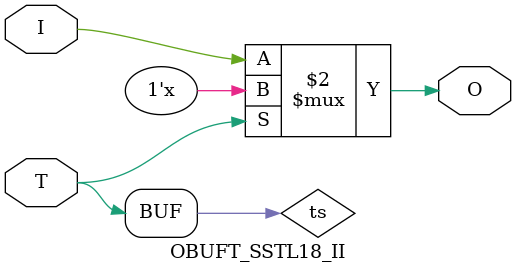
<source format=v>

/*

FUNCTION	: TRI-STATE OUTPUT BUFFER

*/

`celldefine
`timescale  100 ps / 10 ps

module OBUFT_SSTL18_II (O, I, T);

    output O;

    input  I, T;

    or O1 (ts, 1'b0, T);
    bufif0 T1 (O, I, ts);

endmodule

</source>
